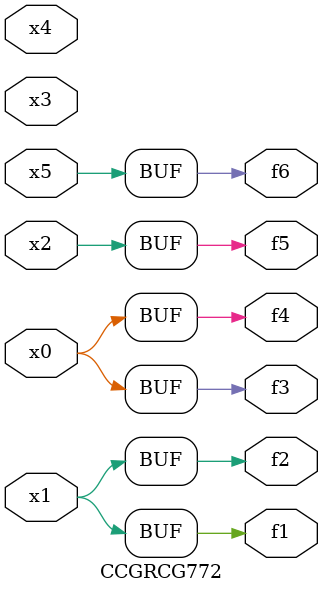
<source format=v>
module CCGRCG772(
	input x0, x1, x2, x3, x4, x5,
	output f1, f2, f3, f4, f5, f6
);
	assign f1 = x1;
	assign f2 = x1;
	assign f3 = x0;
	assign f4 = x0;
	assign f5 = x2;
	assign f6 = x5;
endmodule

</source>
